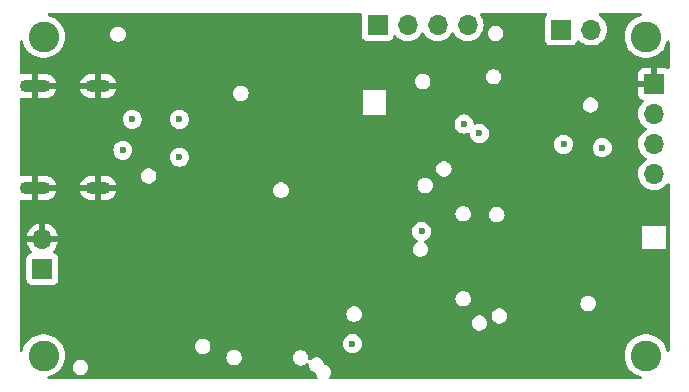
<source format=gbr>
%TF.GenerationSoftware,KiCad,Pcbnew,8.0.6*%
%TF.CreationDate,2024-11-10T20:59:16-05:00*%
%TF.ProjectId,VanguardFlightComputer,56616e67-7561-4726-9446-6c6967687443,rev?*%
%TF.SameCoordinates,Original*%
%TF.FileFunction,Copper,L3,Inr*%
%TF.FilePolarity,Positive*%
%FSLAX46Y46*%
G04 Gerber Fmt 4.6, Leading zero omitted, Abs format (unit mm)*
G04 Created by KiCad (PCBNEW 8.0.6) date 2024-11-10 20:59:16*
%MOMM*%
%LPD*%
G01*
G04 APERTURE LIST*
%TA.AperFunction,ComponentPad*%
%ADD10O,2.100000X1.100000*%
%TD*%
%TA.AperFunction,ComponentPad*%
%ADD11O,2.600000X1.100000*%
%TD*%
%TA.AperFunction,ComponentPad*%
%ADD12C,2.600000*%
%TD*%
%TA.AperFunction,ComponentPad*%
%ADD13R,1.700000X1.700000*%
%TD*%
%TA.AperFunction,ComponentPad*%
%ADD14O,1.700000X1.700000*%
%TD*%
%TA.AperFunction,ViaPad*%
%ADD15C,0.600000*%
%TD*%
G04 APERTURE END LIST*
D10*
%TO.N,GND*%
%TO.C,J1*%
X97134052Y-82180000D03*
D11*
X91774052Y-82180000D03*
D10*
X97134052Y-90820000D03*
D11*
X91774052Y-90820000D03*
%TD*%
D12*
%TO.N,N/C*%
%TO.C,H5*%
X143500000Y-78000000D03*
%TD*%
D13*
%TO.N,GND*%
%TO.C,J5*%
X144200000Y-82000000D03*
D14*
%TO.N,Net-(J5-Pin_2)*%
X144200000Y-84540000D03*
%TO.N,Net-(J5-Pin_3)*%
X144200000Y-87080000D03*
%TO.N,+3.3V*%
X144200000Y-89620000D03*
%TD*%
D12*
%TO.N,N/C*%
%TO.C,H6*%
X92500000Y-105000000D03*
%TD*%
D13*
%TO.N,I2C1_SDA*%
%TO.C,J6*%
X136325000Y-77400000D03*
D14*
%TO.N,I2C1_SCL*%
X138865000Y-77400000D03*
%TD*%
D12*
%TO.N,N/C*%
%TO.C,H1*%
X92500000Y-78000000D03*
%TD*%
D13*
%TO.N,VIN*%
%TO.C,J8*%
X92400000Y-97675000D03*
D14*
%TO.N,GND*%
X92400000Y-95135000D03*
%TD*%
D12*
%TO.N,N/C*%
%TO.C,H7*%
X143500000Y-105000000D03*
%TD*%
D13*
%TO.N,SERVO_1_PWM*%
%TO.C,J7*%
X120780000Y-77000000D03*
D14*
%TO.N,SERVO_2_PWM*%
X123320000Y-77000000D03*
%TO.N,SERVO_3_PWM*%
X125860000Y-77000000D03*
%TO.N,SERVO_4_PWM*%
X128400000Y-77000000D03*
%TD*%
D15*
%TO.N,GND*%
X112750000Y-98500000D03*
X112750000Y-100500000D03*
X112750000Y-102250000D03*
X109750000Y-100500000D03*
X109750000Y-98500000D03*
X109750000Y-96250000D03*
X109750000Y-78000000D03*
X104500000Y-78000000D03*
X107000000Y-78000000D03*
X109750000Y-80000000D03*
X107000000Y-80000000D03*
X104500000Y-80000000D03*
X104500000Y-82750000D03*
X107000000Y-82750000D03*
X141750000Y-89750000D03*
X141750000Y-88250000D03*
X144000000Y-91750000D03*
X98500000Y-80000000D03*
X96500000Y-80000000D03*
X96500000Y-77500000D03*
X140500000Y-98750000D03*
X140500000Y-97000000D03*
X140500000Y-95250000D03*
X145200000Y-98750000D03*
X142750000Y-98750000D03*
X115750000Y-102250000D03*
X115750000Y-100500000D03*
X115750000Y-98500000D03*
X115750000Y-96250000D03*
X118750000Y-98500000D03*
X118750000Y-96250000D03*
X94750000Y-101000000D03*
X94750000Y-92750000D03*
X134200000Y-100400000D03*
X125000000Y-92800000D03*
X100800000Y-101000000D03*
X116000000Y-76600000D03*
X117400000Y-83400000D03*
X106500000Y-100875000D03*
X129090000Y-105400000D03*
X111200000Y-89800000D03*
X139800000Y-103000000D03*
X134000000Y-76300000D03*
X132000000Y-103800000D03*
X125250000Y-84800000D03*
X123400000Y-98800000D03*
X99400000Y-83000000D03*
X100166840Y-87100000D03*
X139800000Y-84600000D03*
X120200000Y-89800000D03*
X131200000Y-80600000D03*
%TO.N,+3.3V*%
X124500000Y-94500000D03*
%TO.N,VBUS*%
X100000000Y-85000000D03*
X99211768Y-87626899D03*
%TO.N,USB_DM*%
X136524265Y-87124265D03*
X104000000Y-85000000D03*
%TO.N,USB_DP*%
X104000000Y-88200000D03*
X139800000Y-87400000D03*
%TO.N,I2C1_SDA*%
X128100000Y-85400000D03*
%TO.N,I2C1_SCL*%
X129400000Y-86200000D03*
%TO.N,SPI1_MOSI*%
X118650000Y-104000000D03*
%TD*%
%TA.AperFunction,Conductor*%
%TO.N,GND*%
G36*
X119372539Y-76020185D02*
G01*
X119418294Y-76072989D01*
X119429500Y-76124500D01*
X119429500Y-77897870D01*
X119429501Y-77897876D01*
X119435908Y-77957483D01*
X119486202Y-78092328D01*
X119486206Y-78092335D01*
X119572452Y-78207544D01*
X119572455Y-78207547D01*
X119687664Y-78293793D01*
X119687671Y-78293797D01*
X119822517Y-78344091D01*
X119822516Y-78344091D01*
X119829444Y-78344835D01*
X119882127Y-78350500D01*
X121677872Y-78350499D01*
X121737483Y-78344091D01*
X121872331Y-78293796D01*
X121987546Y-78207546D01*
X122073796Y-78092331D01*
X122122810Y-77960916D01*
X122164681Y-77904984D01*
X122230145Y-77880566D01*
X122298418Y-77895417D01*
X122326673Y-77916569D01*
X122448599Y-78038495D01*
X122542897Y-78104523D01*
X122642165Y-78174032D01*
X122642167Y-78174033D01*
X122642170Y-78174035D01*
X122856337Y-78273903D01*
X123084592Y-78335063D01*
X123261034Y-78350500D01*
X123319999Y-78355659D01*
X123320000Y-78355659D01*
X123320001Y-78355659D01*
X123378966Y-78350500D01*
X123555408Y-78335063D01*
X123783663Y-78273903D01*
X123997830Y-78174035D01*
X124191401Y-78038495D01*
X124358495Y-77871401D01*
X124488425Y-77685842D01*
X124543002Y-77642217D01*
X124612500Y-77635023D01*
X124674855Y-77666546D01*
X124691575Y-77685842D01*
X124821500Y-77871395D01*
X124821505Y-77871401D01*
X124988599Y-78038495D01*
X125082897Y-78104523D01*
X125182165Y-78174032D01*
X125182167Y-78174033D01*
X125182170Y-78174035D01*
X125396337Y-78273903D01*
X125624592Y-78335063D01*
X125801034Y-78350500D01*
X125859999Y-78355659D01*
X125860000Y-78355659D01*
X125860001Y-78355659D01*
X125918966Y-78350500D01*
X126095408Y-78335063D01*
X126323663Y-78273903D01*
X126537830Y-78174035D01*
X126731401Y-78038495D01*
X126898495Y-77871401D01*
X127028425Y-77685842D01*
X127083002Y-77642217D01*
X127152500Y-77635023D01*
X127214855Y-77666546D01*
X127231575Y-77685842D01*
X127361500Y-77871395D01*
X127361505Y-77871401D01*
X127528599Y-78038495D01*
X127622897Y-78104523D01*
X127722165Y-78174032D01*
X127722167Y-78174033D01*
X127722170Y-78174035D01*
X127936337Y-78273903D01*
X128164592Y-78335063D01*
X128341034Y-78350500D01*
X128399999Y-78355659D01*
X128400000Y-78355659D01*
X128400001Y-78355659D01*
X128458966Y-78350500D01*
X128635408Y-78335063D01*
X128863663Y-78273903D01*
X129077830Y-78174035D01*
X129271401Y-78038495D01*
X129438495Y-77871401D01*
X129541007Y-77724999D01*
X130119722Y-77724999D01*
X130119722Y-77725000D01*
X130138762Y-77881818D01*
X130183583Y-78000000D01*
X130194780Y-78029523D01*
X130284517Y-78159530D01*
X130402760Y-78264283D01*
X130402762Y-78264284D01*
X130542634Y-78337696D01*
X130696014Y-78375500D01*
X130696015Y-78375500D01*
X130853985Y-78375500D01*
X131007365Y-78337696D01*
X131012382Y-78335063D01*
X131147240Y-78264283D01*
X131265483Y-78159530D01*
X131355220Y-78029523D01*
X131411237Y-77881818D01*
X131430278Y-77725000D01*
X131425524Y-77685842D01*
X131411237Y-77568181D01*
X131373169Y-77467805D01*
X131355220Y-77420477D01*
X131265483Y-77290470D01*
X131147240Y-77185717D01*
X131147238Y-77185716D01*
X131147237Y-77185715D01*
X131007365Y-77112303D01*
X130853986Y-77074500D01*
X130853985Y-77074500D01*
X130696015Y-77074500D01*
X130696014Y-77074500D01*
X130542634Y-77112303D01*
X130402762Y-77185715D01*
X130284516Y-77290471D01*
X130194781Y-77420475D01*
X130194780Y-77420476D01*
X130138762Y-77568181D01*
X130119722Y-77724999D01*
X129541007Y-77724999D01*
X129574035Y-77677830D01*
X129673903Y-77463663D01*
X129735063Y-77235408D01*
X129755659Y-77000000D01*
X129735063Y-76764592D01*
X129673903Y-76536337D01*
X129574035Y-76322171D01*
X129571999Y-76319263D01*
X129485426Y-76195623D01*
X129463099Y-76129417D01*
X129480109Y-76061650D01*
X129531057Y-76013837D01*
X129587001Y-76000500D01*
X135013429Y-76000500D01*
X135080468Y-76020185D01*
X135126223Y-76072989D01*
X135136167Y-76142147D01*
X135112695Y-76198811D01*
X135031206Y-76307664D01*
X135031202Y-76307671D01*
X134980908Y-76442517D01*
X134974501Y-76502116D01*
X134974500Y-76502135D01*
X134974500Y-78297870D01*
X134974501Y-78297876D01*
X134980908Y-78357483D01*
X135031202Y-78492328D01*
X135031206Y-78492335D01*
X135117452Y-78607544D01*
X135117455Y-78607547D01*
X135232664Y-78693793D01*
X135232671Y-78693797D01*
X135367517Y-78744091D01*
X135367516Y-78744091D01*
X135374444Y-78744835D01*
X135427127Y-78750500D01*
X137222872Y-78750499D01*
X137282483Y-78744091D01*
X137417331Y-78693796D01*
X137532546Y-78607546D01*
X137618796Y-78492331D01*
X137667810Y-78360916D01*
X137709681Y-78304984D01*
X137775145Y-78280566D01*
X137843418Y-78295417D01*
X137871673Y-78316569D01*
X137993599Y-78438495D01*
X138090384Y-78506265D01*
X138187165Y-78574032D01*
X138187167Y-78574033D01*
X138187170Y-78574035D01*
X138401337Y-78673903D01*
X138629592Y-78735063D01*
X138806034Y-78750500D01*
X138864999Y-78755659D01*
X138865000Y-78755659D01*
X138865001Y-78755659D01*
X138923966Y-78750500D01*
X139100408Y-78735063D01*
X139328663Y-78673903D01*
X139542830Y-78574035D01*
X139736401Y-78438495D01*
X139903495Y-78271401D01*
X140039035Y-78077830D01*
X140138903Y-77863663D01*
X140200063Y-77635408D01*
X140220659Y-77400000D01*
X140200063Y-77164592D01*
X140138903Y-76936337D01*
X140039035Y-76722171D01*
X139945344Y-76588365D01*
X139903494Y-76528597D01*
X139736402Y-76361506D01*
X139736396Y-76361501D01*
X139542987Y-76226075D01*
X139499362Y-76171498D01*
X139492168Y-76102000D01*
X139523691Y-76039645D01*
X139583921Y-76004231D01*
X139614110Y-76000500D01*
X143051073Y-76000500D01*
X143118112Y-76020185D01*
X143163867Y-76072989D01*
X143173811Y-76142147D01*
X143144786Y-76205703D01*
X143087623Y-76242991D01*
X142840358Y-76319262D01*
X142597230Y-76436346D01*
X142374258Y-76588365D01*
X142176442Y-76771910D01*
X142008185Y-76982898D01*
X141873258Y-77216599D01*
X141873256Y-77216603D01*
X141774666Y-77467804D01*
X141774664Y-77467811D01*
X141714616Y-77730898D01*
X141694451Y-77999995D01*
X141694451Y-78000004D01*
X141714616Y-78269101D01*
X141774664Y-78532188D01*
X141774666Y-78532195D01*
X141860344Y-78750498D01*
X141873257Y-78783398D01*
X142008185Y-79017102D01*
X142144080Y-79187509D01*
X142176442Y-79228089D01*
X142363183Y-79401358D01*
X142374259Y-79411635D01*
X142597226Y-79563651D01*
X142840359Y-79680738D01*
X143098228Y-79760280D01*
X143098229Y-79760280D01*
X143098232Y-79760281D01*
X143365063Y-79800499D01*
X143365068Y-79800499D01*
X143365071Y-79800500D01*
X143365072Y-79800500D01*
X143634928Y-79800500D01*
X143634929Y-79800500D01*
X143634936Y-79800499D01*
X143901767Y-79760281D01*
X143901768Y-79760280D01*
X143901772Y-79760280D01*
X144159641Y-79680738D01*
X144402775Y-79563651D01*
X144625741Y-79411635D01*
X144823561Y-79228085D01*
X144991815Y-79017102D01*
X145126743Y-78783398D01*
X145225334Y-78532195D01*
X145254609Y-78403934D01*
X145288718Y-78342956D01*
X145350379Y-78310098D01*
X145420016Y-78315793D01*
X145475520Y-78358233D01*
X145499268Y-78423943D01*
X145499500Y-78431527D01*
X145499500Y-80614192D01*
X145479815Y-80681231D01*
X145427011Y-80726986D01*
X145357853Y-80736930D01*
X145301190Y-80713460D01*
X145292088Y-80706646D01*
X145292086Y-80706645D01*
X145157379Y-80656403D01*
X145157372Y-80656401D01*
X145097844Y-80650000D01*
X144450000Y-80650000D01*
X144450000Y-81566988D01*
X144392993Y-81534075D01*
X144265826Y-81500000D01*
X144134174Y-81500000D01*
X144007007Y-81534075D01*
X143950000Y-81566988D01*
X143950000Y-80650000D01*
X143302155Y-80650000D01*
X143242627Y-80656401D01*
X143242620Y-80656403D01*
X143107913Y-80706645D01*
X143107906Y-80706649D01*
X142992812Y-80792809D01*
X142992809Y-80792812D01*
X142906649Y-80907906D01*
X142906645Y-80907913D01*
X142856403Y-81042620D01*
X142856401Y-81042627D01*
X142850000Y-81102155D01*
X142850000Y-81750000D01*
X143766988Y-81750000D01*
X143734075Y-81807007D01*
X143700000Y-81934174D01*
X143700000Y-82065826D01*
X143734075Y-82192993D01*
X143766988Y-82250000D01*
X142850000Y-82250000D01*
X142850000Y-82897844D01*
X142856401Y-82957372D01*
X142856403Y-82957379D01*
X142906645Y-83092086D01*
X142906649Y-83092093D01*
X142992809Y-83207187D01*
X142992812Y-83207190D01*
X143107906Y-83293350D01*
X143107913Y-83293354D01*
X143239470Y-83342421D01*
X143295403Y-83384292D01*
X143319821Y-83449756D01*
X143304970Y-83518029D01*
X143283819Y-83546284D01*
X143161503Y-83668600D01*
X143025965Y-83862169D01*
X143025964Y-83862171D01*
X142926098Y-84076335D01*
X142926094Y-84076344D01*
X142864938Y-84304586D01*
X142864936Y-84304596D01*
X142844341Y-84539999D01*
X142844341Y-84540000D01*
X142864936Y-84775403D01*
X142864938Y-84775413D01*
X142926094Y-85003655D01*
X142926096Y-85003659D01*
X142926097Y-85003663D01*
X143007974Y-85179249D01*
X143025965Y-85217830D01*
X143025967Y-85217834D01*
X143126075Y-85360802D01*
X143161501Y-85411396D01*
X143161506Y-85411402D01*
X143328597Y-85578493D01*
X143328603Y-85578498D01*
X143514158Y-85708425D01*
X143557783Y-85763002D01*
X143564977Y-85832500D01*
X143533454Y-85894855D01*
X143514158Y-85911575D01*
X143328597Y-86041505D01*
X143161505Y-86208597D01*
X143025965Y-86402169D01*
X143025964Y-86402171D01*
X142926098Y-86616335D01*
X142926094Y-86616344D01*
X142864938Y-86844586D01*
X142864936Y-86844596D01*
X142844341Y-87079999D01*
X142844341Y-87080000D01*
X142864936Y-87315403D01*
X142864938Y-87315413D01*
X142926094Y-87543655D01*
X142926096Y-87543659D01*
X142926097Y-87543663D01*
X142964909Y-87626895D01*
X143025965Y-87757830D01*
X143025967Y-87757834D01*
X143112564Y-87881506D01*
X143161501Y-87951396D01*
X143161506Y-87951402D01*
X143328597Y-88118493D01*
X143328603Y-88118498D01*
X143514158Y-88248425D01*
X143557783Y-88303002D01*
X143564977Y-88372500D01*
X143533454Y-88434855D01*
X143514158Y-88451575D01*
X143328597Y-88581505D01*
X143161505Y-88748597D01*
X143025965Y-88942169D01*
X143025964Y-88942171D01*
X142926098Y-89156335D01*
X142926094Y-89156344D01*
X142864938Y-89384586D01*
X142864936Y-89384596D01*
X142844341Y-89619999D01*
X142844341Y-89620000D01*
X142864936Y-89855403D01*
X142864938Y-89855413D01*
X142926094Y-90083655D01*
X142926096Y-90083659D01*
X142926097Y-90083663D01*
X142964245Y-90165471D01*
X143025965Y-90297830D01*
X143025967Y-90297834D01*
X143106395Y-90412696D01*
X143161505Y-90491401D01*
X143328599Y-90658495D01*
X143381415Y-90695477D01*
X143522165Y-90794032D01*
X143522167Y-90794033D01*
X143522170Y-90794035D01*
X143736337Y-90893903D01*
X143736343Y-90893904D01*
X143736344Y-90893905D01*
X143791285Y-90908626D01*
X143964592Y-90955063D01*
X144152918Y-90971539D01*
X144199999Y-90975659D01*
X144200000Y-90975659D01*
X144200001Y-90975659D01*
X144239234Y-90972226D01*
X144435408Y-90955063D01*
X144663663Y-90893903D01*
X144877830Y-90794035D01*
X145071401Y-90658495D01*
X145238495Y-90491401D01*
X145273925Y-90440802D01*
X145328502Y-90397177D01*
X145398000Y-90389983D01*
X145460355Y-90421506D01*
X145495769Y-90481735D01*
X145499500Y-90511925D01*
X145499500Y-104568472D01*
X145479815Y-104635511D01*
X145427011Y-104681266D01*
X145357853Y-104691210D01*
X145294297Y-104662185D01*
X145256523Y-104603407D01*
X145254609Y-104596065D01*
X145237665Y-104521834D01*
X145225334Y-104467805D01*
X145126743Y-104216602D01*
X144991815Y-103982898D01*
X144823561Y-103771915D01*
X144823560Y-103771914D01*
X144823557Y-103771910D01*
X144625741Y-103588365D01*
X144604327Y-103573765D01*
X144402775Y-103436349D01*
X144402769Y-103436346D01*
X144402768Y-103436345D01*
X144402767Y-103436344D01*
X144159643Y-103319263D01*
X144159645Y-103319263D01*
X143901773Y-103239720D01*
X143901767Y-103239718D01*
X143634936Y-103199500D01*
X143634929Y-103199500D01*
X143365071Y-103199500D01*
X143365063Y-103199500D01*
X143098232Y-103239718D01*
X143098226Y-103239720D01*
X142840358Y-103319262D01*
X142597230Y-103436346D01*
X142374258Y-103588365D01*
X142176442Y-103771910D01*
X142008185Y-103982898D01*
X141873258Y-104216599D01*
X141873256Y-104216603D01*
X141774666Y-104467804D01*
X141774664Y-104467811D01*
X141714616Y-104730898D01*
X141694451Y-104999995D01*
X141694451Y-105000004D01*
X141714616Y-105269101D01*
X141774664Y-105532188D01*
X141774666Y-105532195D01*
X141846419Y-105715018D01*
X141873257Y-105783398D01*
X142008185Y-106017102D01*
X142077902Y-106104524D01*
X142176442Y-106228089D01*
X142255806Y-106301727D01*
X142374259Y-106411635D01*
X142597226Y-106563651D01*
X142840359Y-106680738D01*
X143005308Y-106731618D01*
X143087623Y-106757009D01*
X143145882Y-106795579D01*
X143174040Y-106859524D01*
X143163156Y-106928541D01*
X143116687Y-106980718D01*
X143051073Y-106999500D01*
X116812875Y-106999500D01*
X116745836Y-106979815D01*
X116700081Y-106927011D01*
X116690137Y-106857853D01*
X116710825Y-106805060D01*
X116741734Y-106760280D01*
X116780220Y-106704523D01*
X116836237Y-106556818D01*
X116855278Y-106400000D01*
X116843346Y-106301726D01*
X116836237Y-106243181D01*
X116783651Y-106104524D01*
X116780220Y-106095477D01*
X116690483Y-105965470D01*
X116572240Y-105860717D01*
X116572238Y-105860716D01*
X116572237Y-105860715D01*
X116432366Y-105787304D01*
X116331329Y-105762401D01*
X116270948Y-105727245D01*
X116239160Y-105665025D01*
X116237908Y-105656946D01*
X116236237Y-105643182D01*
X116236237Y-105643181D01*
X116194145Y-105532195D01*
X116180220Y-105495477D01*
X116090483Y-105365470D01*
X115972240Y-105260717D01*
X115972238Y-105260716D01*
X115972237Y-105260715D01*
X115832365Y-105187303D01*
X115678986Y-105149500D01*
X115678985Y-105149500D01*
X115521015Y-105149500D01*
X115521014Y-105149500D01*
X115367634Y-105187303D01*
X115227762Y-105260715D01*
X115227760Y-105260717D01*
X115109517Y-105365470D01*
X115109516Y-105365471D01*
X115103903Y-105370444D01*
X115101958Y-105368248D01*
X115054232Y-105398179D01*
X114984367Y-105397405D01*
X114926011Y-105358981D01*
X114897692Y-105295108D01*
X114897522Y-105263875D01*
X114897906Y-105260717D01*
X114905278Y-105200000D01*
X114903737Y-105187304D01*
X114886237Y-105043181D01*
X114864992Y-104987164D01*
X114830220Y-104895477D01*
X114740483Y-104765470D01*
X114622240Y-104660717D01*
X114622238Y-104660716D01*
X114622237Y-104660715D01*
X114482365Y-104587303D01*
X114328986Y-104549500D01*
X114328985Y-104549500D01*
X114171015Y-104549500D01*
X114171014Y-104549500D01*
X114017634Y-104587303D01*
X113877762Y-104660715D01*
X113877760Y-104660717D01*
X113761686Y-104763549D01*
X113759516Y-104765471D01*
X113669781Y-104895475D01*
X113669780Y-104895476D01*
X113613762Y-105043181D01*
X113594722Y-105199999D01*
X113594722Y-105200000D01*
X113613762Y-105356818D01*
X113666349Y-105495476D01*
X113669780Y-105504523D01*
X113759517Y-105634530D01*
X113877760Y-105739283D01*
X113877762Y-105739284D01*
X114017634Y-105812696D01*
X114171014Y-105850500D01*
X114171015Y-105850500D01*
X114328985Y-105850500D01*
X114482365Y-105812696D01*
X114506555Y-105800000D01*
X114622240Y-105739283D01*
X114740483Y-105634530D01*
X114740483Y-105634528D01*
X114746097Y-105629556D01*
X114748053Y-105631764D01*
X114795661Y-105601850D01*
X114865527Y-105602562D01*
X114923917Y-105640934D01*
X114952292Y-105704782D01*
X114952477Y-105736122D01*
X114944722Y-105799997D01*
X114944722Y-105800000D01*
X114963762Y-105956818D01*
X115016349Y-106095476D01*
X115019780Y-106104523D01*
X115109517Y-106234530D01*
X115227760Y-106339283D01*
X115227762Y-106339284D01*
X115367634Y-106412696D01*
X115433059Y-106428821D01*
X115468669Y-106437598D01*
X115529050Y-106472754D01*
X115560839Y-106534973D01*
X115562091Y-106543048D01*
X115563763Y-106556819D01*
X115619780Y-106704523D01*
X115619781Y-106704524D01*
X115689175Y-106805060D01*
X115711058Y-106871415D01*
X115693592Y-106939067D01*
X115642324Y-106986536D01*
X115587125Y-106999500D01*
X92948927Y-106999500D01*
X92881888Y-106979815D01*
X92836133Y-106927011D01*
X92826189Y-106857853D01*
X92855214Y-106794297D01*
X92912377Y-106757009D01*
X92952334Y-106744683D01*
X93159641Y-106680738D01*
X93402775Y-106563651D01*
X93625741Y-106411635D01*
X93807290Y-106243182D01*
X93823557Y-106228089D01*
X93823557Y-106228087D01*
X93823561Y-106228085D01*
X93991815Y-106017102D01*
X94003304Y-105997202D01*
X94973261Y-105997202D01*
X94973261Y-105997203D01*
X94992301Y-106154021D01*
X95026116Y-106243182D01*
X95048319Y-106301726D01*
X95138056Y-106431733D01*
X95256299Y-106536486D01*
X95256301Y-106536487D01*
X95396173Y-106609899D01*
X95549553Y-106647703D01*
X95549554Y-106647703D01*
X95707524Y-106647703D01*
X95860904Y-106609899D01*
X96000779Y-106536486D01*
X96119022Y-106431733D01*
X96208759Y-106301726D01*
X96264776Y-106154021D01*
X96283817Y-105997203D01*
X96278914Y-105956818D01*
X96264776Y-105840384D01*
X96236253Y-105765176D01*
X96208759Y-105692680D01*
X96119022Y-105562673D01*
X96000779Y-105457920D01*
X96000777Y-105457919D01*
X96000776Y-105457918D01*
X95860904Y-105384506D01*
X95707525Y-105346703D01*
X95707524Y-105346703D01*
X95549554Y-105346703D01*
X95549553Y-105346703D01*
X95396173Y-105384506D01*
X95256301Y-105457918D01*
X95138055Y-105562674D01*
X95048320Y-105692678D01*
X95048319Y-105692679D01*
X94992301Y-105840384D01*
X94973261Y-105997202D01*
X94003304Y-105997202D01*
X94126743Y-105783398D01*
X94225334Y-105532195D01*
X94285383Y-105269103D01*
X94292380Y-105175734D01*
X107968987Y-105175734D01*
X107968987Y-105175735D01*
X107988027Y-105332553D01*
X108044045Y-105480258D01*
X108133782Y-105610265D01*
X108252025Y-105715018D01*
X108252027Y-105715019D01*
X108391899Y-105788431D01*
X108545279Y-105826235D01*
X108545280Y-105826235D01*
X108703250Y-105826235D01*
X108856630Y-105788431D01*
X108906225Y-105762401D01*
X108996505Y-105715018D01*
X109114748Y-105610265D01*
X109204485Y-105480258D01*
X109260502Y-105332553D01*
X109279543Y-105175735D01*
X109260502Y-105018917D01*
X109253329Y-105000004D01*
X109213687Y-104895476D01*
X109204485Y-104871212D01*
X109114748Y-104741205D01*
X108996505Y-104636452D01*
X108996503Y-104636451D01*
X108996502Y-104636450D01*
X108856630Y-104563038D01*
X108703251Y-104525235D01*
X108703250Y-104525235D01*
X108545280Y-104525235D01*
X108545279Y-104525235D01*
X108391899Y-104563038D01*
X108252027Y-104636450D01*
X108228782Y-104657043D01*
X108145418Y-104730897D01*
X108133781Y-104741206D01*
X108044046Y-104871210D01*
X108044045Y-104871211D01*
X107988027Y-105018916D01*
X107968987Y-105175734D01*
X94292380Y-105175734D01*
X94302313Y-105043181D01*
X94305549Y-105000004D01*
X94305549Y-104999995D01*
X94287830Y-104763548D01*
X94285383Y-104730897D01*
X94225334Y-104467805D01*
X94129750Y-104224264D01*
X105320457Y-104224264D01*
X105320457Y-104224265D01*
X105339497Y-104381083D01*
X105385455Y-104502262D01*
X105395515Y-104528788D01*
X105485252Y-104658795D01*
X105603495Y-104763548D01*
X105603497Y-104763549D01*
X105743369Y-104836961D01*
X105896749Y-104874765D01*
X105896750Y-104874765D01*
X106054720Y-104874765D01*
X106208100Y-104836961D01*
X106267919Y-104805565D01*
X106347975Y-104763548D01*
X106466218Y-104658795D01*
X106555955Y-104528788D01*
X106611972Y-104381083D01*
X106631013Y-104224265D01*
X106611972Y-104067447D01*
X106586391Y-103999996D01*
X117844435Y-103999996D01*
X117844435Y-104000003D01*
X117864630Y-104179249D01*
X117864631Y-104179254D01*
X117924211Y-104349523D01*
X117998533Y-104467805D01*
X118020184Y-104502262D01*
X118147738Y-104629816D01*
X118300478Y-104725789D01*
X118408387Y-104763548D01*
X118470745Y-104785368D01*
X118470750Y-104785369D01*
X118649996Y-104805565D01*
X118650000Y-104805565D01*
X118650004Y-104805565D01*
X118829249Y-104785369D01*
X118829252Y-104785368D01*
X118829255Y-104785368D01*
X118999522Y-104725789D01*
X119152262Y-104629816D01*
X119279816Y-104502262D01*
X119375789Y-104349522D01*
X119435368Y-104179255D01*
X119455565Y-104000000D01*
X119453638Y-103982898D01*
X119435369Y-103820750D01*
X119435368Y-103820745D01*
X119375788Y-103650476D01*
X119279815Y-103497737D01*
X119152262Y-103370184D01*
X118999523Y-103274211D01*
X118829254Y-103214631D01*
X118829249Y-103214630D01*
X118650004Y-103194435D01*
X118649996Y-103194435D01*
X118470750Y-103214630D01*
X118470745Y-103214631D01*
X118300476Y-103274211D01*
X118147737Y-103370184D01*
X118020184Y-103497737D01*
X117924211Y-103650476D01*
X117864631Y-103820745D01*
X117864630Y-103820750D01*
X117844435Y-103999996D01*
X106586391Y-103999996D01*
X106555955Y-103919742D01*
X106466218Y-103789735D01*
X106347975Y-103684982D01*
X106347973Y-103684981D01*
X106347972Y-103684980D01*
X106208100Y-103611568D01*
X106054721Y-103573765D01*
X106054720Y-103573765D01*
X105896750Y-103573765D01*
X105896749Y-103573765D01*
X105743369Y-103611568D01*
X105603497Y-103684980D01*
X105603495Y-103684982D01*
X105505373Y-103771910D01*
X105485251Y-103789736D01*
X105395516Y-103919740D01*
X105395515Y-103919741D01*
X105339497Y-104067446D01*
X105320457Y-104224264D01*
X94129750Y-104224264D01*
X94126743Y-104216602D01*
X93991815Y-103982898D01*
X93823561Y-103771915D01*
X93823560Y-103771914D01*
X93823557Y-103771910D01*
X93625741Y-103588365D01*
X93604327Y-103573765D01*
X93402775Y-103436349D01*
X93402769Y-103436346D01*
X93402768Y-103436345D01*
X93402767Y-103436344D01*
X93159643Y-103319263D01*
X93159645Y-103319263D01*
X92901773Y-103239720D01*
X92901767Y-103239718D01*
X92634936Y-103199500D01*
X92634929Y-103199500D01*
X92365071Y-103199500D01*
X92365063Y-103199500D01*
X92098232Y-103239718D01*
X92098226Y-103239720D01*
X91840358Y-103319262D01*
X91597230Y-103436346D01*
X91374258Y-103588365D01*
X91176442Y-103771910D01*
X91008185Y-103982898D01*
X90873258Y-104216599D01*
X90873256Y-104216603D01*
X90774666Y-104467804D01*
X90774664Y-104467811D01*
X90745391Y-104596065D01*
X90711282Y-104657043D01*
X90649621Y-104689901D01*
X90579984Y-104684206D01*
X90524480Y-104641766D01*
X90500732Y-104576056D01*
X90500500Y-104568472D01*
X90500500Y-102249999D01*
X128744722Y-102249999D01*
X128744722Y-102250000D01*
X128763762Y-102406818D01*
X128819780Y-102554523D01*
X128909517Y-102684530D01*
X129027760Y-102789283D01*
X129027762Y-102789284D01*
X129167634Y-102862696D01*
X129321014Y-102900500D01*
X129321015Y-102900500D01*
X129478985Y-102900500D01*
X129632365Y-102862696D01*
X129772240Y-102789283D01*
X129890483Y-102684530D01*
X129980220Y-102554523D01*
X130036237Y-102406818D01*
X130055278Y-102250000D01*
X130038607Y-102112696D01*
X130036237Y-102093181D01*
X129983651Y-101954524D01*
X129980220Y-101945477D01*
X129890483Y-101815470D01*
X129772240Y-101710717D01*
X129772238Y-101710716D01*
X129772237Y-101710715D01*
X129656555Y-101649999D01*
X130430364Y-101649999D01*
X130430364Y-101650000D01*
X130449404Y-101806818D01*
X130501991Y-101945476D01*
X130505422Y-101954523D01*
X130595159Y-102084530D01*
X130713402Y-102189283D01*
X130713404Y-102189284D01*
X130853276Y-102262696D01*
X131006656Y-102300500D01*
X131006657Y-102300500D01*
X131164627Y-102300500D01*
X131318007Y-102262696D01*
X131342199Y-102249999D01*
X131457882Y-102189283D01*
X131576125Y-102084530D01*
X131665862Y-101954523D01*
X131721879Y-101806818D01*
X131740920Y-101650000D01*
X131739379Y-101637304D01*
X131721879Y-101493181D01*
X131700634Y-101437164D01*
X131665862Y-101345477D01*
X131576125Y-101215470D01*
X131457882Y-101110717D01*
X131457880Y-101110716D01*
X131457879Y-101110715D01*
X131318007Y-101037303D01*
X131164628Y-100999500D01*
X131164627Y-100999500D01*
X131006657Y-100999500D01*
X131006656Y-100999500D01*
X130853276Y-101037303D01*
X130713404Y-101110715D01*
X130595158Y-101215471D01*
X130505423Y-101345475D01*
X130505422Y-101345476D01*
X130449404Y-101493181D01*
X130430364Y-101649999D01*
X129656555Y-101649999D01*
X129632365Y-101637303D01*
X129478986Y-101599500D01*
X129478985Y-101599500D01*
X129321015Y-101599500D01*
X129321014Y-101599500D01*
X129167634Y-101637303D01*
X129027762Y-101710715D01*
X128909516Y-101815471D01*
X128819781Y-101945475D01*
X128819780Y-101945476D01*
X128763762Y-102093181D01*
X128744722Y-102249999D01*
X90500500Y-102249999D01*
X90500500Y-101499999D01*
X118144722Y-101499999D01*
X118144722Y-101500000D01*
X118163762Y-101656818D01*
X118184203Y-101710715D01*
X118219780Y-101804523D01*
X118309517Y-101934530D01*
X118427760Y-102039283D01*
X118427762Y-102039284D01*
X118567634Y-102112696D01*
X118721014Y-102150500D01*
X118721015Y-102150500D01*
X118878985Y-102150500D01*
X119032365Y-102112696D01*
X119086034Y-102084528D01*
X119172240Y-102039283D01*
X119290483Y-101934530D01*
X119380220Y-101804523D01*
X119436237Y-101656818D01*
X119455278Y-101500000D01*
X119436516Y-101345475D01*
X119436237Y-101343181D01*
X119401087Y-101250500D01*
X119380220Y-101195477D01*
X119290483Y-101065470D01*
X119172240Y-100960717D01*
X119172238Y-100960716D01*
X119172237Y-100960715D01*
X119032365Y-100887303D01*
X118878986Y-100849500D01*
X118878985Y-100849500D01*
X118721015Y-100849500D01*
X118721014Y-100849500D01*
X118567634Y-100887303D01*
X118427762Y-100960715D01*
X118309516Y-101065471D01*
X118219781Y-101195475D01*
X118219780Y-101195476D01*
X118163762Y-101343181D01*
X118144722Y-101499999D01*
X90500500Y-101499999D01*
X90500500Y-100199999D01*
X127369722Y-100199999D01*
X127369722Y-100200000D01*
X127388762Y-100356818D01*
X127421516Y-100443181D01*
X127444780Y-100504523D01*
X127534517Y-100634530D01*
X127652760Y-100739283D01*
X127652762Y-100739284D01*
X127792634Y-100812696D01*
X127946014Y-100850500D01*
X127946015Y-100850500D01*
X128103985Y-100850500D01*
X128257365Y-100812696D01*
X128397240Y-100739283D01*
X128515483Y-100634530D01*
X128539318Y-100599999D01*
X137944722Y-100599999D01*
X137944722Y-100600000D01*
X137963762Y-100756818D01*
X138013249Y-100887303D01*
X138019780Y-100904523D01*
X138109517Y-101034530D01*
X138227760Y-101139283D01*
X138227762Y-101139284D01*
X138367634Y-101212696D01*
X138521014Y-101250500D01*
X138521015Y-101250500D01*
X138678985Y-101250500D01*
X138832365Y-101212696D01*
X138972240Y-101139283D01*
X139090483Y-101034530D01*
X139180220Y-100904523D01*
X139236237Y-100756818D01*
X139255278Y-100600000D01*
X139236237Y-100443182D01*
X139180220Y-100295477D01*
X139090483Y-100165470D01*
X138972240Y-100060717D01*
X138972238Y-100060716D01*
X138972237Y-100060715D01*
X138832365Y-99987303D01*
X138678986Y-99949500D01*
X138678985Y-99949500D01*
X138521015Y-99949500D01*
X138521014Y-99949500D01*
X138367634Y-99987303D01*
X138227762Y-100060715D01*
X138109516Y-100165471D01*
X138019781Y-100295475D01*
X138019780Y-100295476D01*
X137963762Y-100443181D01*
X137944722Y-100599999D01*
X128539318Y-100599999D01*
X128605220Y-100504523D01*
X128661237Y-100356818D01*
X128680278Y-100200000D01*
X128676086Y-100165471D01*
X128661237Y-100043181D01*
X128625708Y-99949500D01*
X128605220Y-99895477D01*
X128515483Y-99765470D01*
X128397240Y-99660717D01*
X128397238Y-99660716D01*
X128397237Y-99660715D01*
X128257365Y-99587303D01*
X128103986Y-99549500D01*
X128103985Y-99549500D01*
X127946015Y-99549500D01*
X127946014Y-99549500D01*
X127792634Y-99587303D01*
X127652762Y-99660715D01*
X127534516Y-99765471D01*
X127444781Y-99895475D01*
X127444780Y-99895476D01*
X127388762Y-100043181D01*
X127369722Y-100199999D01*
X90500500Y-100199999D01*
X90500500Y-96777135D01*
X91049500Y-96777135D01*
X91049500Y-98572870D01*
X91049501Y-98572876D01*
X91055908Y-98632483D01*
X91106202Y-98767328D01*
X91106206Y-98767335D01*
X91192452Y-98882544D01*
X91192455Y-98882547D01*
X91307664Y-98968793D01*
X91307671Y-98968797D01*
X91442517Y-99019091D01*
X91442516Y-99019091D01*
X91449444Y-99019835D01*
X91502127Y-99025500D01*
X93297872Y-99025499D01*
X93357483Y-99019091D01*
X93492331Y-98968796D01*
X93607546Y-98882546D01*
X93693796Y-98767331D01*
X93744091Y-98632483D01*
X93750500Y-98572873D01*
X93750499Y-96777128D01*
X93744091Y-96717517D01*
X93719095Y-96650500D01*
X93693797Y-96582671D01*
X93693793Y-96582664D01*
X93607547Y-96467455D01*
X93607544Y-96467452D01*
X93492335Y-96381206D01*
X93492328Y-96381202D01*
X93360401Y-96331997D01*
X93304467Y-96290126D01*
X93280050Y-96224662D01*
X93294902Y-96156389D01*
X93316053Y-96128133D01*
X93438108Y-96006078D01*
X93573600Y-95812578D01*
X93673429Y-95598492D01*
X93673432Y-95598486D01*
X93730636Y-95385000D01*
X92833012Y-95385000D01*
X92865925Y-95327993D01*
X92900000Y-95200826D01*
X92900000Y-95069174D01*
X92865925Y-94942007D01*
X92833012Y-94885000D01*
X93730636Y-94885000D01*
X93730635Y-94884999D01*
X93673432Y-94671513D01*
X93673429Y-94671507D01*
X93593452Y-94499996D01*
X123694435Y-94499996D01*
X123694435Y-94500003D01*
X123714630Y-94679249D01*
X123714631Y-94679254D01*
X123774211Y-94849523D01*
X123796503Y-94885000D01*
X123870184Y-95002262D01*
X123997738Y-95129816D01*
X124115886Y-95204053D01*
X124162177Y-95256388D01*
X124172825Y-95325441D01*
X124144450Y-95389290D01*
X124107541Y-95418843D01*
X124027761Y-95460716D01*
X123909516Y-95565471D01*
X123819781Y-95695475D01*
X123819780Y-95695476D01*
X123763762Y-95843181D01*
X123744722Y-95999999D01*
X123744722Y-96000000D01*
X123763762Y-96156818D01*
X123802572Y-96259149D01*
X123819780Y-96304523D01*
X123909517Y-96434530D01*
X124027760Y-96539283D01*
X124027762Y-96539284D01*
X124167634Y-96612696D01*
X124321014Y-96650500D01*
X124321015Y-96650500D01*
X124478985Y-96650500D01*
X124632365Y-96612696D01*
X124689572Y-96582671D01*
X124772240Y-96539283D01*
X124890483Y-96434530D01*
X124980220Y-96304523D01*
X125036237Y-96156818D01*
X125055278Y-96000000D01*
X125049207Y-95950000D01*
X143135000Y-95950000D01*
X145225000Y-95950000D01*
X145225000Y-94050000D01*
X143135000Y-94050000D01*
X143135000Y-95950000D01*
X125049207Y-95950000D01*
X125036237Y-95843182D01*
X125024630Y-95812578D01*
X125014992Y-95787164D01*
X124980220Y-95695477D01*
X124890483Y-95565470D01*
X124772240Y-95460717D01*
X124772238Y-95460716D01*
X124766626Y-95455744D01*
X124767648Y-95454589D01*
X124729100Y-95407015D01*
X124721446Y-95337566D01*
X124752553Y-95275003D01*
X124802579Y-95242214D01*
X124849522Y-95225789D01*
X125002262Y-95129816D01*
X125129816Y-95002262D01*
X125225789Y-94849522D01*
X125285368Y-94679255D01*
X125285369Y-94679249D01*
X125305565Y-94500003D01*
X125305565Y-94499996D01*
X125285369Y-94320750D01*
X125285368Y-94320745D01*
X125225788Y-94150476D01*
X125129815Y-93997737D01*
X125002262Y-93870184D01*
X124849523Y-93774211D01*
X124679254Y-93714631D01*
X124679249Y-93714630D01*
X124500004Y-93694435D01*
X124499996Y-93694435D01*
X124320750Y-93714630D01*
X124320745Y-93714631D01*
X124150476Y-93774211D01*
X123997737Y-93870184D01*
X123870184Y-93997737D01*
X123774211Y-94150476D01*
X123714631Y-94320745D01*
X123714630Y-94320750D01*
X123694435Y-94499996D01*
X93593452Y-94499996D01*
X93573600Y-94457422D01*
X93573599Y-94457420D01*
X93438113Y-94263926D01*
X93438108Y-94263920D01*
X93271082Y-94096894D01*
X93077578Y-93961399D01*
X92863492Y-93861570D01*
X92863486Y-93861567D01*
X92650000Y-93804364D01*
X92650000Y-94701988D01*
X92592993Y-94669075D01*
X92465826Y-94635000D01*
X92334174Y-94635000D01*
X92207007Y-94669075D01*
X92150000Y-94701988D01*
X92150000Y-93804364D01*
X92149999Y-93804364D01*
X91936513Y-93861567D01*
X91936507Y-93861570D01*
X91722422Y-93961399D01*
X91722420Y-93961400D01*
X91528926Y-94096886D01*
X91528920Y-94096891D01*
X91361891Y-94263920D01*
X91361886Y-94263926D01*
X91226400Y-94457420D01*
X91226399Y-94457422D01*
X91126570Y-94671507D01*
X91126567Y-94671513D01*
X91069364Y-94884999D01*
X91069364Y-94885000D01*
X91966988Y-94885000D01*
X91934075Y-94942007D01*
X91900000Y-95069174D01*
X91900000Y-95200826D01*
X91934075Y-95327993D01*
X91966988Y-95385000D01*
X91069364Y-95385000D01*
X91126567Y-95598486D01*
X91126570Y-95598492D01*
X91226399Y-95812578D01*
X91361894Y-96006082D01*
X91483946Y-96128134D01*
X91517431Y-96189457D01*
X91512447Y-96259149D01*
X91470575Y-96315082D01*
X91439598Y-96331997D01*
X91307671Y-96381202D01*
X91307664Y-96381206D01*
X91192455Y-96467452D01*
X91192452Y-96467455D01*
X91106206Y-96582664D01*
X91106202Y-96582671D01*
X91055908Y-96717517D01*
X91049501Y-96777116D01*
X91049501Y-96777123D01*
X91049500Y-96777135D01*
X90500500Y-96777135D01*
X90500500Y-92999999D01*
X127369722Y-92999999D01*
X127369722Y-93000000D01*
X127388762Y-93156818D01*
X127444780Y-93304523D01*
X127534517Y-93434530D01*
X127652760Y-93539283D01*
X127652762Y-93539284D01*
X127792634Y-93612696D01*
X127946014Y-93650500D01*
X127946015Y-93650500D01*
X128103985Y-93650500D01*
X128257365Y-93612696D01*
X128397240Y-93539283D01*
X128515483Y-93434530D01*
X128605220Y-93304523D01*
X128661237Y-93156818D01*
X128671172Y-93074999D01*
X130219722Y-93074999D01*
X130219722Y-93075000D01*
X130238762Y-93231818D01*
X130294780Y-93379523D01*
X130384517Y-93509530D01*
X130502760Y-93614283D01*
X130502762Y-93614284D01*
X130642634Y-93687696D01*
X130796014Y-93725500D01*
X130796015Y-93725500D01*
X130953985Y-93725500D01*
X131107365Y-93687696D01*
X131178235Y-93650500D01*
X131247240Y-93614283D01*
X131365483Y-93509530D01*
X131455220Y-93379523D01*
X131511237Y-93231818D01*
X131530278Y-93075000D01*
X131521172Y-93000000D01*
X131511237Y-92918181D01*
X131482793Y-92843181D01*
X131455220Y-92770477D01*
X131365483Y-92640470D01*
X131247240Y-92535717D01*
X131247238Y-92535716D01*
X131247237Y-92535715D01*
X131107365Y-92462303D01*
X130953986Y-92424500D01*
X130953985Y-92424500D01*
X130796015Y-92424500D01*
X130796014Y-92424500D01*
X130642634Y-92462303D01*
X130502762Y-92535715D01*
X130384516Y-92640471D01*
X130294781Y-92770475D01*
X130294780Y-92770476D01*
X130238762Y-92918181D01*
X130219722Y-93074999D01*
X128671172Y-93074999D01*
X128680278Y-93000000D01*
X128670344Y-92918181D01*
X128661237Y-92843181D01*
X128633663Y-92770475D01*
X128605220Y-92695477D01*
X128515483Y-92565470D01*
X128397240Y-92460717D01*
X128397238Y-92460716D01*
X128397237Y-92460715D01*
X128257365Y-92387303D01*
X128103986Y-92349500D01*
X128103985Y-92349500D01*
X127946015Y-92349500D01*
X127946014Y-92349500D01*
X127792634Y-92387303D01*
X127652762Y-92460715D01*
X127534516Y-92565471D01*
X127444781Y-92695475D01*
X127444780Y-92695476D01*
X127388762Y-92843181D01*
X127369722Y-92999999D01*
X90500500Y-92999999D01*
X90500500Y-91925229D01*
X90520185Y-91858190D01*
X90572989Y-91812435D01*
X90642147Y-91802491D01*
X90671954Y-91810668D01*
X90717781Y-91829650D01*
X90717785Y-91829651D01*
X90920631Y-91869999D01*
X90920635Y-91870000D01*
X91524052Y-91870000D01*
X91524052Y-91120000D01*
X92024052Y-91120000D01*
X92024052Y-91870000D01*
X92627469Y-91870000D01*
X92627472Y-91869999D01*
X92830318Y-91829651D01*
X92830326Y-91829649D01*
X93021410Y-91750499D01*
X93021420Y-91750494D01*
X93193387Y-91635589D01*
X93193391Y-91635586D01*
X93339638Y-91489339D01*
X93339641Y-91489335D01*
X93454546Y-91317368D01*
X93454551Y-91317358D01*
X93533700Y-91126276D01*
X93533701Y-91126274D01*
X93544895Y-91070000D01*
X92691040Y-91070000D01*
X92708257Y-91060060D01*
X92764112Y-91004205D01*
X92803608Y-90935796D01*
X92824052Y-90859496D01*
X92824052Y-90780504D01*
X92803608Y-90704204D01*
X92764112Y-90635795D01*
X92708257Y-90579940D01*
X92691040Y-90570000D01*
X93544895Y-90570000D01*
X95613209Y-90570000D01*
X96467064Y-90570000D01*
X96449847Y-90579940D01*
X96393992Y-90635795D01*
X96354496Y-90704204D01*
X96334052Y-90780504D01*
X96334052Y-90859496D01*
X96354496Y-90935796D01*
X96393992Y-91004205D01*
X96449847Y-91060060D01*
X96467064Y-91070000D01*
X95613209Y-91070000D01*
X95624402Y-91126274D01*
X95624403Y-91126276D01*
X95703552Y-91317358D01*
X95703557Y-91317368D01*
X95818462Y-91489335D01*
X95818465Y-91489339D01*
X95964712Y-91635586D01*
X95964716Y-91635589D01*
X96136683Y-91750494D01*
X96136693Y-91750499D01*
X96327777Y-91829649D01*
X96327785Y-91829651D01*
X96530631Y-91869999D01*
X96530635Y-91870000D01*
X96884052Y-91870000D01*
X96884052Y-91120000D01*
X97384052Y-91120000D01*
X97384052Y-91870000D01*
X97737469Y-91870000D01*
X97737472Y-91869999D01*
X97940318Y-91829651D01*
X97940326Y-91829649D01*
X98131410Y-91750499D01*
X98131420Y-91750494D01*
X98303387Y-91635589D01*
X98303391Y-91635586D01*
X98449638Y-91489339D01*
X98449641Y-91489335D01*
X98564546Y-91317368D01*
X98564551Y-91317358D01*
X98643700Y-91126276D01*
X98643701Y-91126274D01*
X98654895Y-91070000D01*
X97801040Y-91070000D01*
X97818257Y-91060060D01*
X97874112Y-91004205D01*
X97876540Y-90999999D01*
X111944722Y-90999999D01*
X111944722Y-91000000D01*
X111963762Y-91156818D01*
X112019780Y-91304523D01*
X112109517Y-91434530D01*
X112227760Y-91539283D01*
X112227762Y-91539284D01*
X112367634Y-91612696D01*
X112521014Y-91650500D01*
X112521015Y-91650500D01*
X112678985Y-91650500D01*
X112832365Y-91612696D01*
X112972240Y-91539283D01*
X113090483Y-91434530D01*
X113180220Y-91304523D01*
X113236237Y-91156818D01*
X113255278Y-91000000D01*
X113252323Y-90975659D01*
X113236237Y-90843181D01*
X113212466Y-90780504D01*
X113180220Y-90695477D01*
X113114317Y-90599999D01*
X124144722Y-90599999D01*
X124144722Y-90600000D01*
X124163762Y-90756818D01*
X124215752Y-90893901D01*
X124219780Y-90904523D01*
X124309517Y-91034530D01*
X124427760Y-91139283D01*
X124427762Y-91139284D01*
X124567634Y-91212696D01*
X124721014Y-91250500D01*
X124721015Y-91250500D01*
X124878985Y-91250500D01*
X125032365Y-91212696D01*
X125172240Y-91139283D01*
X125290483Y-91034530D01*
X125380220Y-90904523D01*
X125436237Y-90756818D01*
X125455278Y-90600000D01*
X125451086Y-90565471D01*
X125436237Y-90443181D01*
X125400708Y-90349500D01*
X125380220Y-90295477D01*
X125290483Y-90165470D01*
X125172240Y-90060717D01*
X125172238Y-90060716D01*
X125172237Y-90060715D01*
X125032365Y-89987303D01*
X124878986Y-89949500D01*
X124878985Y-89949500D01*
X124721015Y-89949500D01*
X124721014Y-89949500D01*
X124567634Y-89987303D01*
X124427762Y-90060715D01*
X124309516Y-90165471D01*
X124219781Y-90295475D01*
X124219780Y-90295476D01*
X124163762Y-90443181D01*
X124144722Y-90599999D01*
X113114317Y-90599999D01*
X113090483Y-90565470D01*
X112972240Y-90460717D01*
X112972238Y-90460716D01*
X112972237Y-90460715D01*
X112832365Y-90387303D01*
X112678986Y-90349500D01*
X112678985Y-90349500D01*
X112521015Y-90349500D01*
X112521014Y-90349500D01*
X112367634Y-90387303D01*
X112227762Y-90460715D01*
X112109516Y-90565471D01*
X112019781Y-90695475D01*
X112019780Y-90695476D01*
X111963762Y-90843181D01*
X111944722Y-90999999D01*
X97876540Y-90999999D01*
X97913608Y-90935796D01*
X97934052Y-90859496D01*
X97934052Y-90780504D01*
X97913608Y-90704204D01*
X97874112Y-90635795D01*
X97818257Y-90579940D01*
X97801040Y-90570000D01*
X98654895Y-90570000D01*
X98643701Y-90513725D01*
X98643700Y-90513723D01*
X98564551Y-90322641D01*
X98564546Y-90322631D01*
X98449641Y-90150664D01*
X98449638Y-90150660D01*
X98303391Y-90004413D01*
X98303387Y-90004410D01*
X98131420Y-89889505D01*
X98131410Y-89889500D01*
X97940326Y-89810350D01*
X97940318Y-89810348D01*
X97888289Y-89799999D01*
X100744722Y-89799999D01*
X100744722Y-89800000D01*
X100763762Y-89956818D01*
X100811866Y-90083655D01*
X100819780Y-90104523D01*
X100909517Y-90234530D01*
X101027760Y-90339283D01*
X101027762Y-90339284D01*
X101167634Y-90412696D01*
X101321014Y-90450500D01*
X101321015Y-90450500D01*
X101478985Y-90450500D01*
X101632365Y-90412696D01*
X101772240Y-90339283D01*
X101890483Y-90234530D01*
X101980220Y-90104523D01*
X102036237Y-89956818D01*
X102055278Y-89800000D01*
X102036237Y-89643182D01*
X101980220Y-89495477D01*
X101890483Y-89365470D01*
X101772240Y-89260717D01*
X101772238Y-89260716D01*
X101772237Y-89260715D01*
X101656555Y-89199999D01*
X125744722Y-89199999D01*
X125744722Y-89200000D01*
X125763762Y-89356818D01*
X125816349Y-89495476D01*
X125819780Y-89504523D01*
X125909517Y-89634530D01*
X126027760Y-89739283D01*
X126027762Y-89739284D01*
X126167634Y-89812696D01*
X126321014Y-89850500D01*
X126321015Y-89850500D01*
X126478985Y-89850500D01*
X126632365Y-89812696D01*
X126713714Y-89770000D01*
X126772240Y-89739283D01*
X126890483Y-89634530D01*
X126980220Y-89504523D01*
X127036237Y-89356818D01*
X127055278Y-89200000D01*
X127053737Y-89187304D01*
X127036237Y-89043181D01*
X127014311Y-88985368D01*
X126980220Y-88895477D01*
X126890483Y-88765470D01*
X126772240Y-88660717D01*
X126772238Y-88660716D01*
X126772237Y-88660715D01*
X126632365Y-88587303D01*
X126478986Y-88549500D01*
X126478985Y-88549500D01*
X126321015Y-88549500D01*
X126321014Y-88549500D01*
X126167634Y-88587303D01*
X126027762Y-88660715D01*
X125909516Y-88765471D01*
X125819781Y-88895475D01*
X125819780Y-88895476D01*
X125763762Y-89043181D01*
X125744722Y-89199999D01*
X101656555Y-89199999D01*
X101632365Y-89187303D01*
X101478986Y-89149500D01*
X101478985Y-89149500D01*
X101321015Y-89149500D01*
X101321014Y-89149500D01*
X101167634Y-89187303D01*
X101027762Y-89260715D01*
X100909516Y-89365471D01*
X100819781Y-89495475D01*
X100819780Y-89495476D01*
X100763762Y-89643181D01*
X100744722Y-89799999D01*
X97888289Y-89799999D01*
X97737472Y-89770000D01*
X97384052Y-89770000D01*
X97384052Y-90520000D01*
X96884052Y-90520000D01*
X96884052Y-89770000D01*
X96530631Y-89770000D01*
X96327785Y-89810348D01*
X96327777Y-89810350D01*
X96136693Y-89889500D01*
X96136683Y-89889505D01*
X95964716Y-90004410D01*
X95964712Y-90004413D01*
X95818465Y-90150660D01*
X95818462Y-90150664D01*
X95703557Y-90322631D01*
X95703552Y-90322641D01*
X95624403Y-90513723D01*
X95624402Y-90513725D01*
X95613209Y-90570000D01*
X93544895Y-90570000D01*
X93533701Y-90513725D01*
X93533700Y-90513723D01*
X93454551Y-90322641D01*
X93454546Y-90322631D01*
X93339641Y-90150664D01*
X93339638Y-90150660D01*
X93193391Y-90004413D01*
X93193387Y-90004410D01*
X93021420Y-89889505D01*
X93021410Y-89889500D01*
X92830326Y-89810350D01*
X92830318Y-89810348D01*
X92627472Y-89770000D01*
X92024052Y-89770000D01*
X92024052Y-90520000D01*
X91524052Y-90520000D01*
X91524052Y-89770000D01*
X90920631Y-89770000D01*
X90717785Y-89810348D01*
X90717773Y-89810351D01*
X90671952Y-89829331D01*
X90602482Y-89836800D01*
X90540003Y-89805524D01*
X90504352Y-89745435D01*
X90500500Y-89714770D01*
X90500500Y-87626895D01*
X98406203Y-87626895D01*
X98406203Y-87626902D01*
X98426398Y-87806148D01*
X98426399Y-87806153D01*
X98485979Y-87976422D01*
X98519529Y-88029816D01*
X98581952Y-88129161D01*
X98709506Y-88256715D01*
X98783171Y-88303002D01*
X98822159Y-88327500D01*
X98862246Y-88352688D01*
X98988877Y-88396998D01*
X99032513Y-88412267D01*
X99032518Y-88412268D01*
X99211764Y-88432464D01*
X99211768Y-88432464D01*
X99211772Y-88432464D01*
X99391017Y-88412268D01*
X99391020Y-88412267D01*
X99391023Y-88412267D01*
X99561290Y-88352688D01*
X99714030Y-88256715D01*
X99770749Y-88199996D01*
X103194435Y-88199996D01*
X103194435Y-88200003D01*
X103214630Y-88379249D01*
X103214631Y-88379254D01*
X103274211Y-88549523D01*
X103370184Y-88702262D01*
X103497738Y-88829816D01*
X103650478Y-88925789D01*
X103820745Y-88985368D01*
X103820750Y-88985369D01*
X103999996Y-89005565D01*
X104000000Y-89005565D01*
X104000004Y-89005565D01*
X104179249Y-88985369D01*
X104179252Y-88985368D01*
X104179255Y-88985368D01*
X104349522Y-88925789D01*
X104502262Y-88829816D01*
X104629816Y-88702262D01*
X104725789Y-88549522D01*
X104785368Y-88379255D01*
X104786129Y-88372500D01*
X104805565Y-88200003D01*
X104805565Y-88199996D01*
X104785369Y-88020750D01*
X104785368Y-88020745D01*
X104753555Y-87929830D01*
X104725789Y-87850478D01*
X104629816Y-87697738D01*
X104502262Y-87570184D01*
X104460054Y-87543663D01*
X104349523Y-87474211D01*
X104179254Y-87414631D01*
X104179249Y-87414630D01*
X104000004Y-87394435D01*
X103999996Y-87394435D01*
X103820750Y-87414630D01*
X103820745Y-87414631D01*
X103650476Y-87474211D01*
X103497737Y-87570184D01*
X103370184Y-87697737D01*
X103274211Y-87850476D01*
X103214631Y-88020745D01*
X103214630Y-88020750D01*
X103194435Y-88199996D01*
X99770749Y-88199996D01*
X99841584Y-88129161D01*
X99937557Y-87976421D01*
X99997136Y-87806154D01*
X99997137Y-87806148D01*
X100017333Y-87626902D01*
X100017333Y-87626895D01*
X99997137Y-87447649D01*
X99997136Y-87447644D01*
X99950866Y-87315413D01*
X99937557Y-87277377D01*
X99841584Y-87124637D01*
X99841208Y-87124261D01*
X135718700Y-87124261D01*
X135718700Y-87124268D01*
X135738895Y-87303514D01*
X135738896Y-87303519D01*
X135798476Y-87473788D01*
X135859046Y-87570184D01*
X135894449Y-87626527D01*
X136022003Y-87754081D01*
X136174743Y-87850054D01*
X136323945Y-87902262D01*
X136345010Y-87909633D01*
X136345015Y-87909634D01*
X136524261Y-87929830D01*
X136524265Y-87929830D01*
X136524269Y-87929830D01*
X136703514Y-87909634D01*
X136703517Y-87909633D01*
X136703520Y-87909633D01*
X136873787Y-87850054D01*
X137026527Y-87754081D01*
X137154081Y-87626527D01*
X137250054Y-87473787D01*
X137275875Y-87399996D01*
X138994435Y-87399996D01*
X138994435Y-87400003D01*
X139014630Y-87579249D01*
X139014631Y-87579254D01*
X139074211Y-87749523D01*
X139137646Y-87850478D01*
X139170184Y-87902262D01*
X139297738Y-88029816D01*
X139388080Y-88086582D01*
X139438869Y-88118495D01*
X139450478Y-88125789D01*
X139460115Y-88129161D01*
X139620745Y-88185368D01*
X139620750Y-88185369D01*
X139799996Y-88205565D01*
X139800000Y-88205565D01*
X139800004Y-88205565D01*
X139979249Y-88185369D01*
X139979252Y-88185368D01*
X139979255Y-88185368D01*
X140149522Y-88125789D01*
X140302262Y-88029816D01*
X140429816Y-87902262D01*
X140525789Y-87749522D01*
X140585368Y-87579255D01*
X140589378Y-87543664D01*
X140605565Y-87400003D01*
X140605565Y-87399996D01*
X140585369Y-87220750D01*
X140585368Y-87220745D01*
X140525788Y-87050476D01*
X140459519Y-86945010D01*
X140429816Y-86897738D01*
X140302262Y-86770184D01*
X140149523Y-86674211D01*
X139979254Y-86614631D01*
X139979249Y-86614630D01*
X139800004Y-86594435D01*
X139799996Y-86594435D01*
X139620750Y-86614630D01*
X139620745Y-86614631D01*
X139450476Y-86674211D01*
X139297737Y-86770184D01*
X139170184Y-86897737D01*
X139074211Y-87050476D01*
X139014631Y-87220745D01*
X139014630Y-87220750D01*
X138994435Y-87399996D01*
X137275875Y-87399996D01*
X137309633Y-87303520D01*
X137318959Y-87220750D01*
X137329830Y-87124268D01*
X137329830Y-87124261D01*
X137309634Y-86945015D01*
X137309633Y-86945010D01*
X137293091Y-86897737D01*
X137250054Y-86774743D01*
X137247189Y-86770184D01*
X137154080Y-86622002D01*
X137026527Y-86494449D01*
X136873788Y-86398476D01*
X136703519Y-86338896D01*
X136703514Y-86338895D01*
X136524269Y-86318700D01*
X136524261Y-86318700D01*
X136345015Y-86338895D01*
X136345010Y-86338896D01*
X136174741Y-86398476D01*
X136022002Y-86494449D01*
X135894449Y-86622002D01*
X135798476Y-86774741D01*
X135738896Y-86945010D01*
X135738895Y-86945015D01*
X135718700Y-87124261D01*
X99841208Y-87124261D01*
X99714030Y-86997083D01*
X99695386Y-86985368D01*
X99561291Y-86901110D01*
X99391022Y-86841530D01*
X99391017Y-86841529D01*
X99211772Y-86821334D01*
X99211764Y-86821334D01*
X99032518Y-86841529D01*
X99032513Y-86841530D01*
X98862244Y-86901110D01*
X98709505Y-86997083D01*
X98581952Y-87124636D01*
X98485979Y-87277375D01*
X98426399Y-87447644D01*
X98426398Y-87447649D01*
X98406203Y-87626895D01*
X90500500Y-87626895D01*
X90500500Y-84999996D01*
X99194435Y-84999996D01*
X99194435Y-85000003D01*
X99214630Y-85179249D01*
X99214631Y-85179254D01*
X99274211Y-85349523D01*
X99315122Y-85414632D01*
X99370184Y-85502262D01*
X99497738Y-85629816D01*
X99588080Y-85686582D01*
X99631771Y-85714035D01*
X99650478Y-85725789D01*
X99718306Y-85749523D01*
X99820745Y-85785368D01*
X99820750Y-85785369D01*
X99999996Y-85805565D01*
X100000000Y-85805565D01*
X100000004Y-85805565D01*
X100179249Y-85785369D01*
X100179252Y-85785368D01*
X100179255Y-85785368D01*
X100349522Y-85725789D01*
X100502262Y-85629816D01*
X100629816Y-85502262D01*
X100725789Y-85349522D01*
X100785368Y-85179255D01*
X100799878Y-85050476D01*
X100805565Y-85000003D01*
X100805565Y-84999996D01*
X103194435Y-84999996D01*
X103194435Y-85000003D01*
X103214630Y-85179249D01*
X103214631Y-85179254D01*
X103274211Y-85349523D01*
X103315122Y-85414632D01*
X103370184Y-85502262D01*
X103497738Y-85629816D01*
X103588080Y-85686582D01*
X103631771Y-85714035D01*
X103650478Y-85725789D01*
X103718306Y-85749523D01*
X103820745Y-85785368D01*
X103820750Y-85785369D01*
X103999996Y-85805565D01*
X104000000Y-85805565D01*
X104000004Y-85805565D01*
X104179249Y-85785369D01*
X104179252Y-85785368D01*
X104179255Y-85785368D01*
X104349522Y-85725789D01*
X104502262Y-85629816D01*
X104629816Y-85502262D01*
X104694074Y-85399996D01*
X127294435Y-85399996D01*
X127294435Y-85400003D01*
X127314630Y-85579249D01*
X127314631Y-85579254D01*
X127374211Y-85749523D01*
X127437646Y-85850478D01*
X127470184Y-85902262D01*
X127597738Y-86029816D01*
X127750478Y-86125789D01*
X127920739Y-86185366D01*
X127920745Y-86185368D01*
X127920750Y-86185369D01*
X128099996Y-86205565D01*
X128100000Y-86205565D01*
X128100004Y-86205565D01*
X128279249Y-86185369D01*
X128279251Y-86185368D01*
X128279255Y-86185368D01*
X128279258Y-86185366D01*
X128279262Y-86185366D01*
X128434128Y-86131176D01*
X128503907Y-86127614D01*
X128564534Y-86162342D01*
X128596762Y-86224336D01*
X128598303Y-86234334D01*
X128614630Y-86379249D01*
X128614631Y-86379254D01*
X128674211Y-86549523D01*
X128716198Y-86616344D01*
X128770184Y-86702262D01*
X128897738Y-86829816D01*
X128988080Y-86886582D01*
X129011201Y-86901110D01*
X129050478Y-86925789D01*
X129105423Y-86945015D01*
X129220745Y-86985368D01*
X129220750Y-86985369D01*
X129399996Y-87005565D01*
X129400000Y-87005565D01*
X129400004Y-87005565D01*
X129579249Y-86985369D01*
X129579252Y-86985368D01*
X129579255Y-86985368D01*
X129749522Y-86925789D01*
X129902262Y-86829816D01*
X130029816Y-86702262D01*
X130125789Y-86549522D01*
X130185368Y-86379255D01*
X130185369Y-86379249D01*
X130205565Y-86200003D01*
X130205565Y-86199996D01*
X130185369Y-86020750D01*
X130185368Y-86020745D01*
X130125788Y-85850476D01*
X130062354Y-85749522D01*
X130029816Y-85697738D01*
X129902262Y-85570184D01*
X129749523Y-85474211D01*
X129579254Y-85414631D01*
X129579249Y-85414630D01*
X129400004Y-85394435D01*
X129399996Y-85394435D01*
X129220750Y-85414630D01*
X129220742Y-85414632D01*
X129065870Y-85468824D01*
X128996091Y-85472385D01*
X128935464Y-85437656D01*
X128903237Y-85375662D01*
X128901696Y-85365665D01*
X128899877Y-85349523D01*
X128885369Y-85220750D01*
X128885369Y-85220749D01*
X128885368Y-85220745D01*
X128825788Y-85050476D01*
X128729815Y-84897737D01*
X128602262Y-84770184D01*
X128449523Y-84674211D01*
X128279254Y-84614631D01*
X128279249Y-84614630D01*
X128100004Y-84594435D01*
X128099996Y-84594435D01*
X127920750Y-84614630D01*
X127920745Y-84614631D01*
X127750476Y-84674211D01*
X127597737Y-84770184D01*
X127470184Y-84897737D01*
X127374211Y-85050476D01*
X127314631Y-85220745D01*
X127314630Y-85220750D01*
X127294435Y-85399996D01*
X104694074Y-85399996D01*
X104725789Y-85349522D01*
X104785368Y-85179255D01*
X104799878Y-85050476D01*
X104805565Y-85000003D01*
X104805565Y-84999996D01*
X104785369Y-84820750D01*
X104785368Y-84820745D01*
X104767676Y-84770184D01*
X104725789Y-84650478D01*
X104709780Y-84625000D01*
X119575000Y-84625000D01*
X121475000Y-84625000D01*
X121475000Y-83799999D01*
X138144722Y-83799999D01*
X138144722Y-83800000D01*
X138163762Y-83956818D01*
X138209090Y-84076335D01*
X138219780Y-84104523D01*
X138309517Y-84234530D01*
X138427760Y-84339283D01*
X138427762Y-84339284D01*
X138567634Y-84412696D01*
X138721014Y-84450500D01*
X138721015Y-84450500D01*
X138878985Y-84450500D01*
X139032365Y-84412696D01*
X139172240Y-84339283D01*
X139290483Y-84234530D01*
X139380220Y-84104523D01*
X139436237Y-83956818D01*
X139455278Y-83800000D01*
X139439324Y-83668601D01*
X139436237Y-83643181D01*
X139399489Y-83546286D01*
X139380220Y-83495477D01*
X139290483Y-83365470D01*
X139172240Y-83260717D01*
X139172238Y-83260716D01*
X139172237Y-83260715D01*
X139032365Y-83187303D01*
X138878986Y-83149500D01*
X138878985Y-83149500D01*
X138721015Y-83149500D01*
X138721014Y-83149500D01*
X138567634Y-83187303D01*
X138427762Y-83260715D01*
X138309516Y-83365471D01*
X138219781Y-83495475D01*
X138219780Y-83495476D01*
X138163762Y-83643181D01*
X138144722Y-83799999D01*
X121475000Y-83799999D01*
X121475000Y-82535000D01*
X119575000Y-82535000D01*
X119575000Y-84625000D01*
X104709780Y-84625000D01*
X104703265Y-84614632D01*
X104629815Y-84497737D01*
X104502262Y-84370184D01*
X104349523Y-84274211D01*
X104179254Y-84214631D01*
X104179249Y-84214630D01*
X104000004Y-84194435D01*
X103999996Y-84194435D01*
X103820750Y-84214630D01*
X103820745Y-84214631D01*
X103650476Y-84274211D01*
X103497737Y-84370184D01*
X103370184Y-84497737D01*
X103274211Y-84650476D01*
X103214631Y-84820745D01*
X103214630Y-84820750D01*
X103194435Y-84999996D01*
X100805565Y-84999996D01*
X100785369Y-84820750D01*
X100785368Y-84820745D01*
X100767676Y-84770184D01*
X100725789Y-84650478D01*
X100703265Y-84614632D01*
X100629815Y-84497737D01*
X100502262Y-84370184D01*
X100349523Y-84274211D01*
X100179254Y-84214631D01*
X100179249Y-84214630D01*
X100000004Y-84194435D01*
X99999996Y-84194435D01*
X99820750Y-84214630D01*
X99820745Y-84214631D01*
X99650476Y-84274211D01*
X99497737Y-84370184D01*
X99370184Y-84497737D01*
X99274211Y-84650476D01*
X99214631Y-84820745D01*
X99214630Y-84820750D01*
X99194435Y-84999996D01*
X90500500Y-84999996D01*
X90500500Y-83285229D01*
X90520185Y-83218190D01*
X90572989Y-83172435D01*
X90642147Y-83162491D01*
X90671954Y-83170668D01*
X90717781Y-83189650D01*
X90717785Y-83189651D01*
X90920631Y-83229999D01*
X90920635Y-83230000D01*
X91524052Y-83230000D01*
X91524052Y-82480000D01*
X92024052Y-82480000D01*
X92024052Y-83230000D01*
X92627469Y-83230000D01*
X92627472Y-83229999D01*
X92830318Y-83189651D01*
X92830326Y-83189649D01*
X93021410Y-83110499D01*
X93021420Y-83110494D01*
X93193387Y-82995589D01*
X93193391Y-82995586D01*
X93339638Y-82849339D01*
X93339641Y-82849335D01*
X93454546Y-82677368D01*
X93454551Y-82677358D01*
X93533700Y-82486276D01*
X93533701Y-82486274D01*
X93544895Y-82430000D01*
X92691040Y-82430000D01*
X92708257Y-82420060D01*
X92764112Y-82364205D01*
X92803608Y-82295796D01*
X92824052Y-82219496D01*
X92824052Y-82140504D01*
X92803608Y-82064204D01*
X92764112Y-81995795D01*
X92708257Y-81939940D01*
X92691040Y-81930000D01*
X93544895Y-81930000D01*
X95613209Y-81930000D01*
X96467064Y-81930000D01*
X96449847Y-81939940D01*
X96393992Y-81995795D01*
X96354496Y-82064204D01*
X96334052Y-82140504D01*
X96334052Y-82219496D01*
X96354496Y-82295796D01*
X96393992Y-82364205D01*
X96449847Y-82420060D01*
X96467064Y-82430000D01*
X95613209Y-82430000D01*
X95624402Y-82486274D01*
X95624403Y-82486276D01*
X95703552Y-82677358D01*
X95703557Y-82677368D01*
X95818462Y-82849335D01*
X95818465Y-82849339D01*
X95964712Y-82995586D01*
X95964716Y-82995589D01*
X96136683Y-83110494D01*
X96136693Y-83110499D01*
X96327777Y-83189649D01*
X96327785Y-83189651D01*
X96530631Y-83229999D01*
X96530635Y-83230000D01*
X96884052Y-83230000D01*
X96884052Y-82480000D01*
X97384052Y-82480000D01*
X97384052Y-83230000D01*
X97737469Y-83230000D01*
X97737472Y-83229999D01*
X97940318Y-83189651D01*
X97940326Y-83189649D01*
X98131410Y-83110499D01*
X98131420Y-83110494D01*
X98303387Y-82995589D01*
X98303391Y-82995586D01*
X98449638Y-82849339D01*
X98449641Y-82849335D01*
X98482606Y-82799999D01*
X108544722Y-82799999D01*
X108544722Y-82800000D01*
X108563762Y-82956818D01*
X108615063Y-83092086D01*
X108619780Y-83104523D01*
X108709517Y-83234530D01*
X108827760Y-83339283D01*
X108827762Y-83339284D01*
X108967634Y-83412696D01*
X109121014Y-83450500D01*
X109121015Y-83450500D01*
X109278985Y-83450500D01*
X109432365Y-83412696D01*
X109483597Y-83385807D01*
X109572240Y-83339283D01*
X109690483Y-83234530D01*
X109780220Y-83104523D01*
X109836237Y-82956818D01*
X109855278Y-82800000D01*
X109836237Y-82643182D01*
X109780220Y-82495477D01*
X109690483Y-82365470D01*
X109572240Y-82260717D01*
X109572238Y-82260716D01*
X109572237Y-82260715D01*
X109432365Y-82187303D01*
X109278986Y-82149500D01*
X109278985Y-82149500D01*
X109121015Y-82149500D01*
X109121014Y-82149500D01*
X108967634Y-82187303D01*
X108827762Y-82260715D01*
X108709516Y-82365471D01*
X108619781Y-82495475D01*
X108619780Y-82495476D01*
X108563762Y-82643181D01*
X108544722Y-82799999D01*
X98482606Y-82799999D01*
X98564546Y-82677368D01*
X98564551Y-82677358D01*
X98643700Y-82486276D01*
X98643701Y-82486274D01*
X98654895Y-82430000D01*
X97801040Y-82430000D01*
X97818257Y-82420060D01*
X97874112Y-82364205D01*
X97913608Y-82295796D01*
X97934052Y-82219496D01*
X97934052Y-82140504D01*
X97913608Y-82064204D01*
X97874112Y-81995795D01*
X97818257Y-81939940D01*
X97801040Y-81930000D01*
X98654895Y-81930000D01*
X98643701Y-81873725D01*
X98643700Y-81873723D01*
X98613162Y-81799999D01*
X123944722Y-81799999D01*
X123944722Y-81800000D01*
X123963762Y-81956818D01*
X124004489Y-82064204D01*
X124019780Y-82104523D01*
X124109517Y-82234530D01*
X124227760Y-82339283D01*
X124227762Y-82339284D01*
X124367634Y-82412696D01*
X124521014Y-82450500D01*
X124521015Y-82450500D01*
X124678985Y-82450500D01*
X124832365Y-82412696D01*
X124856366Y-82400099D01*
X124972240Y-82339283D01*
X125090483Y-82234530D01*
X125180220Y-82104523D01*
X125236237Y-81956818D01*
X125255278Y-81800000D01*
X125236237Y-81643182D01*
X125180220Y-81495477D01*
X125114317Y-81399999D01*
X129944722Y-81399999D01*
X129944722Y-81400000D01*
X129963762Y-81556818D01*
X129996516Y-81643181D01*
X130019780Y-81704523D01*
X130109517Y-81834530D01*
X130227760Y-81939283D01*
X130227762Y-81939284D01*
X130367634Y-82012696D01*
X130521014Y-82050500D01*
X130521015Y-82050500D01*
X130678985Y-82050500D01*
X130832365Y-82012696D01*
X130864567Y-81995795D01*
X130972240Y-81939283D01*
X131090483Y-81834530D01*
X131180220Y-81704523D01*
X131236237Y-81556818D01*
X131255278Y-81400000D01*
X131251086Y-81365471D01*
X131236237Y-81243181D01*
X131208616Y-81170351D01*
X131180220Y-81095477D01*
X131090483Y-80965470D01*
X130972240Y-80860717D01*
X130972238Y-80860716D01*
X130972237Y-80860715D01*
X130832365Y-80787303D01*
X130678986Y-80749500D01*
X130678985Y-80749500D01*
X130521015Y-80749500D01*
X130521014Y-80749500D01*
X130367634Y-80787303D01*
X130227762Y-80860715D01*
X130109516Y-80965471D01*
X130019781Y-81095475D01*
X130019780Y-81095476D01*
X129963762Y-81243181D01*
X129944722Y-81399999D01*
X125114317Y-81399999D01*
X125090483Y-81365470D01*
X124972240Y-81260717D01*
X124972238Y-81260716D01*
X124972237Y-81260715D01*
X124832365Y-81187303D01*
X124678986Y-81149500D01*
X124678985Y-81149500D01*
X124521015Y-81149500D01*
X124521014Y-81149500D01*
X124367634Y-81187303D01*
X124227762Y-81260715D01*
X124109516Y-81365471D01*
X124019781Y-81495475D01*
X124019780Y-81495476D01*
X123963762Y-81643181D01*
X123944722Y-81799999D01*
X98613162Y-81799999D01*
X98564551Y-81682641D01*
X98564546Y-81682631D01*
X98449641Y-81510664D01*
X98449638Y-81510660D01*
X98303391Y-81364413D01*
X98303387Y-81364410D01*
X98131420Y-81249505D01*
X98131410Y-81249500D01*
X97940326Y-81170350D01*
X97940318Y-81170348D01*
X97737472Y-81130000D01*
X97384052Y-81130000D01*
X97384052Y-81880000D01*
X96884052Y-81880000D01*
X96884052Y-81130000D01*
X96530631Y-81130000D01*
X96327785Y-81170348D01*
X96327777Y-81170350D01*
X96136693Y-81249500D01*
X96136683Y-81249505D01*
X95964716Y-81364410D01*
X95964712Y-81364413D01*
X95818465Y-81510660D01*
X95818462Y-81510664D01*
X95703557Y-81682631D01*
X95703552Y-81682641D01*
X95624403Y-81873723D01*
X95624402Y-81873725D01*
X95613209Y-81930000D01*
X93544895Y-81930000D01*
X93533701Y-81873725D01*
X93533700Y-81873723D01*
X93454551Y-81682641D01*
X93454546Y-81682631D01*
X93339641Y-81510664D01*
X93339638Y-81510660D01*
X93193391Y-81364413D01*
X93193387Y-81364410D01*
X93021420Y-81249505D01*
X93021410Y-81249500D01*
X92830326Y-81170350D01*
X92830318Y-81170348D01*
X92627472Y-81130000D01*
X92024052Y-81130000D01*
X92024052Y-81880000D01*
X91524052Y-81880000D01*
X91524052Y-81130000D01*
X90920631Y-81130000D01*
X90717785Y-81170348D01*
X90717773Y-81170351D01*
X90671952Y-81189331D01*
X90602482Y-81196800D01*
X90540003Y-81165524D01*
X90504352Y-81105435D01*
X90500500Y-81074770D01*
X90500500Y-78431527D01*
X90520185Y-78364488D01*
X90572989Y-78318733D01*
X90642147Y-78308789D01*
X90705703Y-78337814D01*
X90743477Y-78396592D01*
X90745391Y-78403934D01*
X90774664Y-78532188D01*
X90774666Y-78532195D01*
X90860344Y-78750498D01*
X90873257Y-78783398D01*
X91008185Y-79017102D01*
X91144080Y-79187509D01*
X91176442Y-79228089D01*
X91363183Y-79401358D01*
X91374259Y-79411635D01*
X91597226Y-79563651D01*
X91840359Y-79680738D01*
X92098228Y-79760280D01*
X92098229Y-79760280D01*
X92098232Y-79760281D01*
X92365063Y-79800499D01*
X92365068Y-79800499D01*
X92365071Y-79800500D01*
X92365072Y-79800500D01*
X92634928Y-79800500D01*
X92634929Y-79800500D01*
X92634936Y-79800499D01*
X92901767Y-79760281D01*
X92901768Y-79760280D01*
X92901772Y-79760280D01*
X93159641Y-79680738D01*
X93402775Y-79563651D01*
X93625741Y-79411635D01*
X93823561Y-79228085D01*
X93991815Y-79017102D01*
X94126743Y-78783398D01*
X94225334Y-78532195D01*
X94285383Y-78269103D01*
X94302664Y-78038498D01*
X94305549Y-78000004D01*
X94305549Y-77999995D01*
X94290561Y-77799999D01*
X98144722Y-77799999D01*
X98144722Y-77800000D01*
X98163762Y-77956818D01*
X98209657Y-78077830D01*
X98219780Y-78104523D01*
X98309517Y-78234530D01*
X98427760Y-78339283D01*
X98427762Y-78339284D01*
X98567634Y-78412696D01*
X98721014Y-78450500D01*
X98721015Y-78450500D01*
X98878985Y-78450500D01*
X99032365Y-78412696D01*
X99131020Y-78360917D01*
X99172240Y-78339283D01*
X99290483Y-78234530D01*
X99380220Y-78104523D01*
X99436237Y-77956818D01*
X99455278Y-77800000D01*
X99446888Y-77730897D01*
X99436237Y-77643181D01*
X99393303Y-77529974D01*
X99380220Y-77495477D01*
X99290483Y-77365470D01*
X99172240Y-77260717D01*
X99172238Y-77260716D01*
X99172237Y-77260715D01*
X99032365Y-77187303D01*
X98878986Y-77149500D01*
X98878985Y-77149500D01*
X98721015Y-77149500D01*
X98721014Y-77149500D01*
X98567634Y-77187303D01*
X98427762Y-77260715D01*
X98309516Y-77365471D01*
X98219781Y-77495475D01*
X98219780Y-77495476D01*
X98163762Y-77643181D01*
X98144722Y-77799999D01*
X94290561Y-77799999D01*
X94285383Y-77730898D01*
X94275099Y-77685842D01*
X94225334Y-77467805D01*
X94126743Y-77216602D01*
X93991815Y-76982898D01*
X93823561Y-76771915D01*
X93823560Y-76771914D01*
X93823557Y-76771910D01*
X93625741Y-76588365D01*
X93549427Y-76536335D01*
X93402775Y-76436349D01*
X93402769Y-76436346D01*
X93402768Y-76436345D01*
X93402767Y-76436344D01*
X93159643Y-76319263D01*
X93159645Y-76319263D01*
X92912377Y-76242991D01*
X92854118Y-76204421D01*
X92825960Y-76140476D01*
X92836844Y-76071459D01*
X92883313Y-76019282D01*
X92948927Y-76000500D01*
X119305500Y-76000500D01*
X119372539Y-76020185D01*
G37*
%TD.AperFunction*%
%TD*%
M02*

</source>
